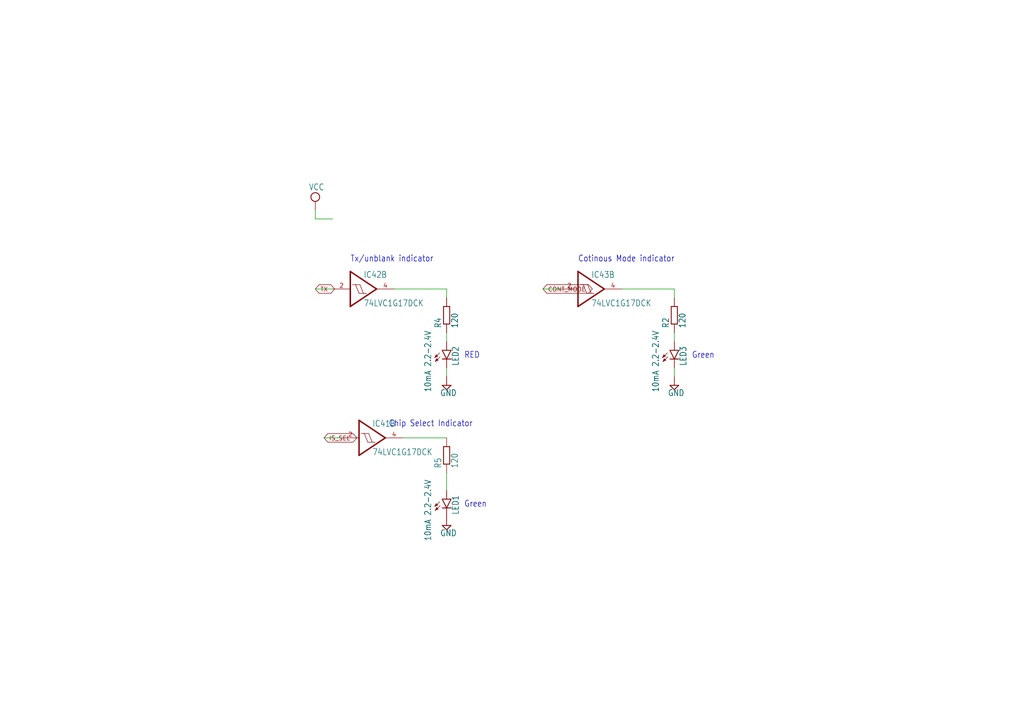
<source format=kicad_sch>
(kicad_sch
	(version 20231120)
	(generator "eeschema")
	(generator_version "8.0")
	(uuid "81426f5a-567a-4c76-a548-232d170cf5de")
	(paper "A4")
	(lib_symbols
		(symbol "Timing_Control_V1p1-eagle-import:741G17DCK"
			(exclude_from_sim no)
			(in_bom yes)
			(on_board yes)
			(property "Reference" "IC"
				(at 1.27 3.175 0)
				(effects
					(font
						(size 1.778 1.5113)
					)
					(justify left bottom)
				)
			)
			(property "Value" ""
				(at 1.27 -5.08 0)
				(effects
					(font
						(size 1.778 1.5113)
					)
					(justify left bottom)
					(hide yes)
				)
			)
			(property "Footprint" "Timing_Control_V1p1:SC70-5"
				(at 0 0 0)
				(effects
					(font
						(size 1.27 1.27)
					)
					(hide yes)
				)
			)
			(property "Datasheet" ""
				(at 0 0 0)
				(effects
					(font
						(size 1.27 1.27)
					)
					(hide yes)
				)
			)
			(property "Description" "Single Schmitt-Trigger Buffer"
				(at 0 0 0)
				(effects
					(font
						(size 1.27 1.27)
					)
					(hide yes)
				)
			)
			(property "ki_locked" ""
				(at 0 0 0)
				(effects
					(font
						(size 1.27 1.27)
					)
				)
			)
			(symbol "741G17DCK_1_0"
				(text "GND"
					(at 1.905 -6.35 900)
					(effects
						(font
							(size 1.27 1.0795)
						)
						(justify left bottom)
					)
				)
				(text "VCC"
					(at 1.905 2.54 900)
					(effects
						(font
							(size 1.27 1.0795)
						)
						(justify left bottom)
					)
				)
				(pin power_in line
					(at 0 -7.62 90)
					(length 5.08)
					(name "GND"
						(effects
							(font
								(size 0 0)
							)
						)
					)
					(number "3"
						(effects
							(font
								(size 1.27 1.27)
							)
						)
					)
				)
				(pin power_in line
					(at 0 7.62 270)
					(length 5.08)
					(name "VCC"
						(effects
							(font
								(size 0 0)
							)
						)
					)
					(number "5"
						(effects
							(font
								(size 1.27 1.27)
							)
						)
					)
				)
			)
			(symbol "741G17DCK_2_0"
				(polyline
					(pts
						(xy -2.54 -5.08) (xy -2.54 5.08)
					)
					(stroke
						(width 0.4064)
						(type solid)
					)
					(fill
						(type none)
					)
				)
				(polyline
					(pts
						(xy -2.54 5.08) (xy 5.08 0)
					)
					(stroke
						(width 0.4064)
						(type solid)
					)
					(fill
						(type none)
					)
				)
				(polyline
					(pts
						(xy -1.905 1.27) (xy -1.016 1.27)
					)
					(stroke
						(width 0.1524)
						(type solid)
					)
					(fill
						(type none)
					)
				)
				(polyline
					(pts
						(xy -1.016 1.27) (xy 0.254 1.27)
					)
					(stroke
						(width 0.1524)
						(type solid)
					)
					(fill
						(type none)
					)
				)
				(polyline
					(pts
						(xy 0 -1.27) (xy -1.016 1.27)
					)
					(stroke
						(width 0.1524)
						(type solid)
					)
					(fill
						(type none)
					)
				)
				(polyline
					(pts
						(xy 0 -1.27) (xy 1.27 -1.27)
					)
					(stroke
						(width 0.1524)
						(type solid)
					)
					(fill
						(type none)
					)
				)
				(polyline
					(pts
						(xy 1.27 -1.27) (xy 0.254 1.27)
					)
					(stroke
						(width 0.1524)
						(type solid)
					)
					(fill
						(type none)
					)
				)
				(polyline
					(pts
						(xy 1.27 -1.27) (xy 2.159 -1.27)
					)
					(stroke
						(width 0.1524)
						(type solid)
					)
					(fill
						(type none)
					)
				)
				(polyline
					(pts
						(xy 5.08 0) (xy -2.54 -5.08)
					)
					(stroke
						(width 0.4064)
						(type solid)
					)
					(fill
						(type none)
					)
				)
				(pin input line
					(at -7.62 0 0)
					(length 5.08)
					(name "I"
						(effects
							(font
								(size 0 0)
							)
						)
					)
					(number "2"
						(effects
							(font
								(size 1.27 1.27)
							)
						)
					)
				)
				(pin output line
					(at 10.16 0 180)
					(length 5.08)
					(name "O"
						(effects
							(font
								(size 0 0)
							)
						)
					)
					(number "4"
						(effects
							(font
								(size 1.27 1.27)
							)
						)
					)
				)
			)
		)
		(symbol "Timing_Control_V1p1-eagle-import:GND"
			(power)
			(exclude_from_sim no)
			(in_bom yes)
			(on_board yes)
			(property "Reference" "#SUPPLY"
				(at 0 0 0)
				(effects
					(font
						(size 1.27 1.27)
					)
					(hide yes)
				)
			)
			(property "Value" ""
				(at -1.905 -3.175 0)
				(effects
					(font
						(size 1.778 1.5113)
					)
					(justify left bottom)
				)
			)
			(property "Footprint" ""
				(at 0 0 0)
				(effects
					(font
						(size 1.27 1.27)
					)
					(hide yes)
				)
			)
			(property "Datasheet" ""
				(at 0 0 0)
				(effects
					(font
						(size 1.27 1.27)
					)
					(hide yes)
				)
			)
			(property "Description" "SUPPLY SYMBOL"
				(at 0 0 0)
				(effects
					(font
						(size 1.27 1.27)
					)
					(hide yes)
				)
			)
			(property "ki_locked" ""
				(at 0 0 0)
				(effects
					(font
						(size 1.27 1.27)
					)
				)
			)
			(symbol "GND_1_0"
				(polyline
					(pts
						(xy -1.27 0) (xy 1.27 0)
					)
					(stroke
						(width 0.254)
						(type solid)
					)
					(fill
						(type none)
					)
				)
				(polyline
					(pts
						(xy 0 -1.27) (xy -1.27 0)
					)
					(stroke
						(width 0.254)
						(type solid)
					)
					(fill
						(type none)
					)
				)
				(polyline
					(pts
						(xy 1.27 0) (xy 0 -1.27)
					)
					(stroke
						(width 0.254)
						(type solid)
					)
					(fill
						(type none)
					)
				)
				(pin power_in line
					(at 0 2.54 270)
					(length 2.54)
					(name "GND"
						(effects
							(font
								(size 0 0)
							)
						)
					)
					(number "1"
						(effects
							(font
								(size 0 0)
							)
						)
					)
				)
			)
		)
		(symbol "Timing_Control_V1p1-eagle-import:LED3MM"
			(exclude_from_sim no)
			(in_bom yes)
			(on_board yes)
			(property "Reference" "LED"
				(at 3.556 -4.572 90)
				(effects
					(font
						(size 1.778 1.5113)
					)
					(justify left bottom)
				)
			)
			(property "Value" ""
				(at 5.715 -4.572 90)
				(effects
					(font
						(size 1.778 1.5113)
					)
					(justify left bottom)
				)
			)
			(property "Footprint" "Timing_Control_V1p1:LED3MM"
				(at 0 0 0)
				(effects
					(font
						(size 1.27 1.27)
					)
					(hide yes)
				)
			)
			(property "Datasheet" ""
				(at 0 0 0)
				(effects
					(font
						(size 1.27 1.27)
					)
					(hide yes)
				)
			)
			(property "Description" "LED\n\nOSRAM:\n- CHIPLED\nLG R971, LG N971, LY N971, LG Q971, LY Q971, LO R971, LY R971 LH N974, LH R974\nLS Q976, LO Q976, LY Q976\nLO Q996\n- Hyper CHIPLED\nLW Q18S\nLB Q993, LB Q99A, LB R99A\n- SideLED\nLS A670, LO A670, LY A670, LG A670, LP A670\nLB A673, LV A673, LT A673, LW A673\nLH A674\nLY A675\nLS A676, LA A676, LO A676, LY A676, LW A676\nLS A679, LY A679, LG A679\n-  Hyper Micro SIDELED®\nLS Y876, LA Y876, LO Y876, LY Y876\nLT Y87S\n- SmartLED\nLW L88C, LW L88S\nLB L89C, LB L89S, LG L890\nLS L89K, LO L89K, LY L89K\nLS L896, LA L896, LO L896, LY L896\n- TOPLED\nLS T670, LO T670, LY T670, LG T670, LP T670\nLSG T670, LSP T670, LSY T670, LOP T670, LYG T670\nLG T671, LOG T671, LSG T671\nLB T673, LV T673, LT T673, LW T673\nLH T674\nLS T676, LA T676, LO T676, LY T676, LB T676, LH T676, LSB T676, LW T676\nLB T67C, LV T67C, LT T67C, LS T67K, LO T67K, LY T67K, LW E67C\nLS E67B, LA E67B, LO E67B, LY E67B, LB E67C, LV E67C, LT E67C\nLW T67C\nLS T679, LY T679, LG T679\nLS T770, LO T770, LY T770, LG T770, LP T770\nLB T773, LV T773, LT T773, LW T773\nLH T774\nLS E675, LA E675, LY E675, LS T675\nLS T776, LA T776, LO T776, LY T776, LB T776\nLHGB T686\nLT T68C, LB T68C\n- Hyper Mini TOPLED®\nLB M676\n- Mini TOPLED Santana®\nLG M470\nLS M47K, LO M47K, LY M47K\n\nSource: http://www.osram.convergy.de\n\nLUXEON:\n- LUMILED®\nLXK2-PW12-R00, LXK2-PW12-S00, LXK2-PW14-U00, LXK2-PW14-V00\nLXK2-PM12-R00, LXK2-PM12-S00, LXK2-PM14-U00\nLXK2-PE12-Q00, LXK2-PE12-R00, LXK2-PE12-S00, LXK2-PE14-T00, LXK2-PE14-U00\nLXK2-PB12-K00, LXK2-PB12-L00, LXK2-PB12-M00, LXK2-PB14-N00, LXK2-PB14-P00, LXK2-PB14-Q00\nLXK2-PR12-L00, LXK2-PR12-M00, LXK2-PR14-Q00, LXK2-PR14-R00\nLXK2-PD12-Q00, LXK2-PD12-R00, LXK2-PD12-S00\nLXK2-PH12-R00, LXK2-PH12-S00\nLXK2-PL12-P00, LXK2-PL12-Q00, LXK2-PL12-R00\n\nSource: www.luxeon.com\n\nKINGBRIGHT:\n\nKA-3528ASYC\nSource: www.kingbright.com"
				(at 0 0 0)
				(effects
					(font
						(size 1.27 1.27)
					)
					(hide yes)
				)
			)
			(property "ki_locked" ""
				(at 0 0 0)
				(effects
					(font
						(size 1.27 1.27)
					)
				)
			)
			(symbol "LED3MM_1_0"
				(polyline
					(pts
						(xy -2.032 -0.762) (xy -3.429 -2.159)
					)
					(stroke
						(width 0.1524)
						(type solid)
					)
					(fill
						(type none)
					)
				)
				(polyline
					(pts
						(xy -1.905 -1.905) (xy -3.302 -3.302)
					)
					(stroke
						(width 0.1524)
						(type solid)
					)
					(fill
						(type none)
					)
				)
				(polyline
					(pts
						(xy 0 -2.54) (xy -1.27 -2.54)
					)
					(stroke
						(width 0.254)
						(type solid)
					)
					(fill
						(type none)
					)
				)
				(polyline
					(pts
						(xy 0 -2.54) (xy -1.27 0)
					)
					(stroke
						(width 0.254)
						(type solid)
					)
					(fill
						(type none)
					)
				)
				(polyline
					(pts
						(xy 0 0) (xy -1.27 0)
					)
					(stroke
						(width 0.254)
						(type solid)
					)
					(fill
						(type none)
					)
				)
				(polyline
					(pts
						(xy 1.27 -2.54) (xy 0 -2.54)
					)
					(stroke
						(width 0.254)
						(type solid)
					)
					(fill
						(type none)
					)
				)
				(polyline
					(pts
						(xy 1.27 0) (xy 0 -2.54)
					)
					(stroke
						(width 0.254)
						(type solid)
					)
					(fill
						(type none)
					)
				)
				(polyline
					(pts
						(xy 1.27 0) (xy 0 0)
					)
					(stroke
						(width 0.254)
						(type solid)
					)
					(fill
						(type none)
					)
				)
				(polyline
					(pts
						(xy -3.429 -2.159) (xy -3.048 -1.27) (xy -2.54 -1.778)
					)
					(stroke
						(width 0.1524)
						(type solid)
					)
					(fill
						(type outline)
					)
				)
				(polyline
					(pts
						(xy -3.302 -3.302) (xy -2.921 -2.413) (xy -2.413 -2.921)
					)
					(stroke
						(width 0.1524)
						(type solid)
					)
					(fill
						(type outline)
					)
				)
				(pin passive line
					(at 0 2.54 270)
					(length 2.54)
					(name "A"
						(effects
							(font
								(size 0 0)
							)
						)
					)
					(number "A"
						(effects
							(font
								(size 0 0)
							)
						)
					)
				)
				(pin passive line
					(at 0 -5.08 90)
					(length 2.54)
					(name "C"
						(effects
							(font
								(size 0 0)
							)
						)
					)
					(number "K"
						(effects
							(font
								(size 0 0)
							)
						)
					)
				)
			)
		)
		(symbol "Timing_Control_V1p1-eagle-import:R-EU_R0603"
			(exclude_from_sim no)
			(in_bom yes)
			(on_board yes)
			(property "Reference" "R"
				(at -3.81 1.4986 0)
				(effects
					(font
						(size 1.778 1.5113)
					)
					(justify left bottom)
				)
			)
			(property "Value" ""
				(at -3.81 -3.302 0)
				(effects
					(font
						(size 1.778 1.5113)
					)
					(justify left bottom)
				)
			)
			(property "Footprint" "Timing_Control_V1p1:R0603"
				(at 0 0 0)
				(effects
					(font
						(size 1.27 1.27)
					)
					(hide yes)
				)
			)
			(property "Datasheet" ""
				(at 0 0 0)
				(effects
					(font
						(size 1.27 1.27)
					)
					(hide yes)
				)
			)
			(property "Description" "RESISTOR, European symbol"
				(at 0 0 0)
				(effects
					(font
						(size 1.27 1.27)
					)
					(hide yes)
				)
			)
			(property "ki_locked" ""
				(at 0 0 0)
				(effects
					(font
						(size 1.27 1.27)
					)
				)
			)
			(symbol "R-EU_R0603_1_0"
				(polyline
					(pts
						(xy -2.54 -0.889) (xy -2.54 0.889)
					)
					(stroke
						(width 0.254)
						(type solid)
					)
					(fill
						(type none)
					)
				)
				(polyline
					(pts
						(xy -2.54 -0.889) (xy 2.54 -0.889)
					)
					(stroke
						(width 0.254)
						(type solid)
					)
					(fill
						(type none)
					)
				)
				(polyline
					(pts
						(xy 2.54 -0.889) (xy 2.54 0.889)
					)
					(stroke
						(width 0.254)
						(type solid)
					)
					(fill
						(type none)
					)
				)
				(polyline
					(pts
						(xy 2.54 0.889) (xy -2.54 0.889)
					)
					(stroke
						(width 0.254)
						(type solid)
					)
					(fill
						(type none)
					)
				)
				(pin passive line
					(at -5.08 0 0)
					(length 2.54)
					(name "1"
						(effects
							(font
								(size 0 0)
							)
						)
					)
					(number "1"
						(effects
							(font
								(size 0 0)
							)
						)
					)
				)
				(pin passive line
					(at 5.08 0 180)
					(length 2.54)
					(name "2"
						(effects
							(font
								(size 0 0)
							)
						)
					)
					(number "2"
						(effects
							(font
								(size 0 0)
							)
						)
					)
				)
			)
		)
		(symbol "Timing_Control_V1p1-eagle-import:VCC"
			(power)
			(exclude_from_sim no)
			(in_bom yes)
			(on_board yes)
			(property "Reference" "#SUPPLY"
				(at 0 0 0)
				(effects
					(font
						(size 1.27 1.27)
					)
					(hide yes)
				)
			)
			(property "Value" ""
				(at -1.905 3.175 0)
				(effects
					(font
						(size 1.778 1.5113)
					)
					(justify left bottom)
				)
			)
			(property "Footprint" ""
				(at 0 0 0)
				(effects
					(font
						(size 1.27 1.27)
					)
					(hide yes)
				)
			)
			(property "Datasheet" ""
				(at 0 0 0)
				(effects
					(font
						(size 1.27 1.27)
					)
					(hide yes)
				)
			)
			(property "Description" "SUPPLY SYMBOL"
				(at 0 0 0)
				(effects
					(font
						(size 1.27 1.27)
					)
					(hide yes)
				)
			)
			(property "ki_locked" ""
				(at 0 0 0)
				(effects
					(font
						(size 1.27 1.27)
					)
				)
			)
			(symbol "VCC_1_0"
				(circle
					(center 0 1.27)
					(radius 1.27)
					(stroke
						(width 0.254)
						(type solid)
					)
					(fill
						(type none)
					)
				)
				(pin power_in line
					(at 0 -2.54 90)
					(length 2.54)
					(name "VCC"
						(effects
							(font
								(size 0 0)
							)
						)
					)
					(number "1"
						(effects
							(font
								(size 0 0)
							)
						)
					)
				)
			)
		)
	)
	(wire
		(pts
			(xy 195.58 106.68) (xy 195.58 109.22)
		)
		(stroke
			(width 0.1524)
			(type solid)
		)
		(uuid "48795428-4ed5-4bec-b79a-12619ab32f34")
	)
	(wire
		(pts
			(xy 114.3 83.82) (xy 129.54 83.82)
		)
		(stroke
			(width 0.1524)
			(type solid)
		)
		(uuid "56284a3e-00f9-41d0-af37-0ab4f0466843")
	)
	(wire
		(pts
			(xy 91.44 63.5) (xy 96.52 63.5)
		)
		(stroke
			(width 0.1524)
			(type solid)
		)
		(uuid "77531cbd-af1b-4119-8a8b-f7cfa62fc346")
	)
	(wire
		(pts
			(xy 162.56 83.82) (xy 157.48 83.82)
		)
		(stroke
			(width 0.1524)
			(type solid)
		)
		(uuid "7d8c03d2-e374-422d-8217-9a1cc06924c5")
	)
	(wire
		(pts
			(xy 129.54 96.52) (xy 129.54 99.06)
		)
		(stroke
			(width 0.1524)
			(type solid)
		)
		(uuid "7f99f8f3-d44d-4248-99ab-90ecaa317fe6")
	)
	(wire
		(pts
			(xy 116.84 127) (xy 129.54 127)
		)
		(stroke
			(width 0.1524)
			(type solid)
		)
		(uuid "bb60d75f-ae97-4669-af96-d2863fa257b6")
	)
	(wire
		(pts
			(xy 99.06 127) (xy 93.98 127)
		)
		(stroke
			(width 0.1524)
			(type solid)
		)
		(uuid "c389de73-b42a-4fe4-bb61-d67c298af7aa")
	)
	(wire
		(pts
			(xy 129.54 83.82) (xy 129.54 86.36)
		)
		(stroke
			(width 0.1524)
			(type solid)
		)
		(uuid "c7addcf6-dd39-4ab4-9333-c2979630ce9a")
	)
	(wire
		(pts
			(xy 180.34 83.82) (xy 195.58 83.82)
		)
		(stroke
			(width 0.1524)
			(type solid)
		)
		(uuid "d4bf0f3a-0947-4289-817d-688f18b376a0")
	)
	(wire
		(pts
			(xy 129.54 106.68) (xy 129.54 109.22)
		)
		(stroke
			(width 0.1524)
			(type solid)
		)
		(uuid "d9d5b900-6abb-405a-b4d4-3bbf3f2a0ff9")
	)
	(wire
		(pts
			(xy 91.44 60.96) (xy 91.44 63.5)
		)
		(stroke
			(width 0.1524)
			(type solid)
		)
		(uuid "dba51cb5-0349-4be1-adaa-f3b2fad099e9")
	)
	(wire
		(pts
			(xy 195.58 96.52) (xy 195.58 99.06)
		)
		(stroke
			(width 0.1524)
			(type solid)
		)
		(uuid "dc16b5e9-ab0a-4f25-b910-d435954d7b1a")
	)
	(wire
		(pts
			(xy 195.58 83.82) (xy 195.58 86.36)
		)
		(stroke
			(width 0.1524)
			(type solid)
		)
		(uuid "dc4c3330-7448-41dc-9c21-231ee7a0e4a5")
	)
	(wire
		(pts
			(xy 129.54 137.16) (xy 129.54 142.24)
		)
		(stroke
			(width 0.1524)
			(type solid)
		)
		(uuid "e7cecf14-3063-4f78-b284-a4dce3c6d83d")
	)
	(wire
		(pts
			(xy 96.52 83.82) (xy 91.44 83.82)
		)
		(stroke
			(width 0.1524)
			(type solid)
		)
		(uuid "e9ccdf7a-d60e-4290-80d8-97619f931d83")
	)
	(text "RED~{}"
		(exclude_from_sim no)
		(at 134.62 104.14 0)
		(effects
			(font
				(size 1.778 1.5113)
			)
			(justify left bottom)
		)
		(uuid "062fca2f-d7ff-4fa0-b62b-29871a84938c")
	)
	(text "Green"
		(exclude_from_sim no)
		(at 134.62 147.32 0)
		(effects
			(font
				(size 1.778 1.5113)
			)
			(justify left bottom)
		)
		(uuid "5083dd6b-e0a4-43f0-a3c3-1873d7974f35")
	)
	(text "Green"
		(exclude_from_sim no)
		(at 200.66 104.14 0)
		(effects
			(font
				(size 1.778 1.5113)
			)
			(justify left bottom)
		)
		(uuid "651a2ebf-1b2f-4e6f-8a56-ce5a70b6ba65")
	)
	(text "Tx/unblank indicator"
		(exclude_from_sim no)
		(at 101.6 76.2 0)
		(effects
			(font
				(size 1.778 1.5113)
			)
			(justify left bottom)
		)
		(uuid "8948545f-bba9-42cd-a0ec-39e94f134353")
	)
	(text "Cotinous Mode indicator"
		(exclude_from_sim no)
		(at 167.64 76.2 0)
		(effects
			(font
				(size 1.778 1.5113)
			)
			(justify left bottom)
		)
		(uuid "c361b5a4-9a00-40d7-a1e1-1cca4e069bcb")
	)
	(text "Chip Select Indicator"
		(exclude_from_sim no)
		(at 137.16 121.92 0)
		(effects
			(font
				(size 1.778 1.5113)
			)
			(justify right top)
		)
		(uuid "e25f6ca8-c0a9-4636-96ae-788bcf881de3")
	)
	(global_label "TX"
		(shape bidirectional)
		(at 91.44 83.82 0)
		(fields_autoplaced yes)
		(effects
			(font
				(size 1.2446 1.2446)
			)
			(justify left)
		)
		(uuid "79eb1ca3-d936-4fd6-a246-e630807bcd53")
		(property "Intersheetrefs" "${INTERSHEET_REFS}"
			(at 97.5878 83.82 0)
			(effects
				(font
					(size 1.27 1.27)
				)
				(justify left)
				(hide yes)
			)
		)
	)
	(global_label "CONT_MODE"
		(shape bidirectional)
		(at 157.48 83.82 0)
		(fields_autoplaced yes)
		(effects
			(font
				(size 1.2446 1.2446)
			)
			(justify left)
		)
		(uuid "8f494e86-31fe-43d9-99ac-19d38b49077a")
		(property "Intersheetrefs" "${INTERSHEET_REFS}"
			(at 172.3402 83.82 0)
			(effects
				(font
					(size 1.27 1.27)
				)
				(justify left)
				(hide yes)
			)
		)
	)
	(global_label "IS_SEL"
		(shape bidirectional)
		(at 93.98 127 0)
		(fields_autoplaced yes)
		(effects
			(font
				(size 1.2446 1.2446)
			)
			(justify left)
		)
		(uuid "ed78114e-171f-497f-a0ea-6f2a6589ea67")
		(property "Intersheetrefs" "${INTERSHEET_REFS}"
			(at 104.0394 127 0)
			(effects
				(font
					(size 1.27 1.27)
				)
				(justify left)
				(hide yes)
			)
		)
	)
	(symbol
		(lib_id "Timing_Control_V1p1-eagle-import:GND")
		(at 195.58 111.76 0)
		(unit 1)
		(exclude_from_sim no)
		(in_bom yes)
		(on_board yes)
		(dnp no)
		(uuid "0e4e52bd-bdc3-4015-8cdc-5364f14bbe8d")
		(property "Reference" "#SUPPLY19"
			(at 195.58 111.76 0)
			(effects
				(font
					(size 1.27 1.27)
				)
				(hide yes)
			)
		)
		(property "Value" "GND"
			(at 193.675 114.935 0)
			(effects
				(font
					(size 1.778 1.5113)
				)
				(justify left bottom)
			)
		)
		(property "Footprint" ""
			(at 195.58 111.76 0)
			(effects
				(font
					(size 1.27 1.27)
				)
				(hide yes)
			)
		)
		(property "Datasheet" ""
			(at 195.58 111.76 0)
			(effects
				(font
					(size 1.27 1.27)
				)
				(hide yes)
			)
		)
		(property "Description" ""
			(at 195.58 111.76 0)
			(effects
				(font
					(size 1.27 1.27)
				)
				(hide yes)
			)
		)
		(pin "1"
			(uuid "92e9d5da-88f5-4ff2-89f1-e54416ca21b6")
		)
		(instances
			(project ""
				(path "/290c6efc-4c14-458b-b6f8-5cb293196baa/536ad41c-810a-4fa0-9e24-2b7889d47c2b"
					(reference "#SUPPLY19")
					(unit 1)
				)
			)
		)
	)
	(symbol
		(lib_id "Timing_Control_V1p1-eagle-import:LED3MM")
		(at 195.58 101.6 0)
		(unit 1)
		(exclude_from_sim no)
		(in_bom yes)
		(on_board yes)
		(dnp no)
		(uuid "2ee3f9c8-ab76-4076-825a-0754f95de6a0")
		(property "Reference" "LED3"
			(at 199.136 106.172 90)
			(effects
				(font
					(size 1.778 1.5113)
				)
				(justify left bottom)
			)
		)
		(property "Value" "10mA 2.2-2.4V"
			(at 191.135 113.792 90)
			(effects
				(font
					(size 1.778 1.5113)
				)
				(justify left bottom)
			)
		)
		(property "Footprint" "Timing_Control_V1p1:LED3MM"
			(at 195.58 101.6 0)
			(effects
				(font
					(size 1.27 1.27)
				)
				(hide yes)
			)
		)
		(property "Datasheet" ""
			(at 195.58 101.6 0)
			(effects
				(font
					(size 1.27 1.27)
				)
				(hide yes)
			)
		)
		(property "Description" ""
			(at 195.58 101.6 0)
			(effects
				(font
					(size 1.27 1.27)
				)
				(hide yes)
			)
		)
		(pin "K"
			(uuid "aeee4882-fcce-4a36-b04b-3d1c7d40a0cf")
		)
		(pin "A"
			(uuid "a50cfba9-eebd-4a84-92d5-e2889fbcdac1")
		)
		(instances
			(project ""
				(path "/290c6efc-4c14-458b-b6f8-5cb293196baa/536ad41c-810a-4fa0-9e24-2b7889d47c2b"
					(reference "LED3")
					(unit 1)
				)
			)
		)
	)
	(symbol
		(lib_id "Timing_Control_V1p1-eagle-import:R-EU_R0603")
		(at 129.54 91.44 90)
		(unit 1)
		(exclude_from_sim no)
		(in_bom yes)
		(on_board yes)
		(dnp no)
		(uuid "30bc6cd9-cd50-4499-8cbb-65a98be1713d")
		(property "Reference" "R4"
			(at 128.0414 95.25 0)
			(effects
				(font
					(size 1.778 1.5113)
				)
				(justify left bottom)
			)
		)
		(property "Value" "120"
			(at 132.842 95.25 0)
			(effects
				(font
					(size 1.778 1.5113)
				)
				(justify left bottom)
			)
		)
		(property "Footprint" "Timing_Control_V1p1:R0603"
			(at 129.54 91.44 0)
			(effects
				(font
					(size 1.27 1.27)
				)
				(hide yes)
			)
		)
		(property "Datasheet" ""
			(at 129.54 91.44 0)
			(effects
				(font
					(size 1.27 1.27)
				)
				(hide yes)
			)
		)
		(property "Description" ""
			(at 129.54 91.44 0)
			(effects
				(font
					(size 1.27 1.27)
				)
				(hide yes)
			)
		)
		(pin "1"
			(uuid "c72c353e-9b60-4c58-8eb2-2aaa5a94d3e4")
		)
		(pin "2"
			(uuid "891d40e8-6138-4d4a-8615-5b0c3c7323e5")
		)
		(instances
			(project ""
				(path "/290c6efc-4c14-458b-b6f8-5cb293196baa/536ad41c-810a-4fa0-9e24-2b7889d47c2b"
					(reference "R4")
					(unit 1)
				)
			)
		)
	)
	(symbol
		(lib_id "Timing_Control_V1p1-eagle-import:741G17DCK")
		(at 104.14 83.82 0)
		(unit 2)
		(exclude_from_sim no)
		(in_bom yes)
		(on_board yes)
		(dnp no)
		(uuid "538f1c15-6fd6-420a-bbb6-b31987f88a9b")
		(property "Reference" "IC42"
			(at 105.41 80.645 0)
			(effects
				(font
					(size 1.778 1.5113)
				)
				(justify left bottom)
			)
		)
		(property "Value" "74LVC1G17DCK"
			(at 105.41 88.9 0)
			(effects
				(font
					(size 1.778 1.5113)
				)
				(justify left bottom)
			)
		)
		(property "Footprint" "Timing_Control_V1p1:SC70-5"
			(at 104.14 83.82 0)
			(effects
				(font
					(size 1.27 1.27)
				)
				(hide yes)
			)
		)
		(property "Datasheet" ""
			(at 104.14 83.82 0)
			(effects
				(font
					(size 1.27 1.27)
				)
				(hide yes)
			)
		)
		(property "Description" ""
			(at 104.14 83.82 0)
			(effects
				(font
					(size 1.27 1.27)
				)
				(hide yes)
			)
		)
		(pin "2"
			(uuid "cca7ea91-16f9-4c54-88a8-f83dc4752e1c")
		)
		(pin "3"
			(uuid "542449bf-92f7-4829-be5d-f429bae8c5ad")
		)
		(pin "5"
			(uuid "ba118f27-cd44-4979-aef1-62bb5493da12")
		)
		(pin "4"
			(uuid "89f7b2ce-148d-455f-a4ac-a228c30d9b4f")
		)
		(instances
			(project ""
				(path "/290c6efc-4c14-458b-b6f8-5cb293196baa/536ad41c-810a-4fa0-9e24-2b7889d47c2b"
					(reference "IC42")
					(unit 2)
				)
			)
		)
	)
	(symbol
		(lib_id "Timing_Control_V1p1-eagle-import:741G17DCK")
		(at 170.18 83.82 0)
		(unit 2)
		(exclude_from_sim no)
		(in_bom yes)
		(on_board yes)
		(dnp no)
		(uuid "578e8f1f-b14e-476d-94d6-440297cae88d")
		(property "Reference" "IC43"
			(at 171.45 80.645 0)
			(effects
				(font
					(size 1.778 1.5113)
				)
				(justify left bottom)
			)
		)
		(property "Value" "74LVC1G17DCK"
			(at 171.45 88.9 0)
			(effects
				(font
					(size 1.778 1.5113)
				)
				(justify left bottom)
			)
		)
		(property "Footprint" "Timing_Control_V1p1:SC70-5"
			(at 170.18 83.82 0)
			(effects
				(font
					(size 1.27 1.27)
				)
				(hide yes)
			)
		)
		(property "Datasheet" ""
			(at 170.18 83.82 0)
			(effects
				(font
					(size 1.27 1.27)
				)
				(hide yes)
			)
		)
		(property "Description" ""
			(at 170.18 83.82 0)
			(effects
				(font
					(size 1.27 1.27)
				)
				(hide yes)
			)
		)
		(pin "3"
			(uuid "4e8000a7-2af4-4471-bef9-7c32b870d033")
		)
		(pin "5"
			(uuid "40dcd03b-9cf3-4514-aa48-b32eeb43f737")
		)
		(pin "2"
			(uuid "ce7da267-c7eb-41ff-86f4-6fa284b7bdfe")
		)
		(pin "4"
			(uuid "b1c2a0c7-0ad3-4be2-b659-42ececc4744c")
		)
		(instances
			(project ""
				(path "/290c6efc-4c14-458b-b6f8-5cb293196baa/536ad41c-810a-4fa0-9e24-2b7889d47c2b"
					(reference "IC43")
					(unit 2)
				)
			)
		)
	)
	(symbol
		(lib_id "Timing_Control_V1p1-eagle-import:VCC")
		(at 91.44 58.42 0)
		(unit 1)
		(exclude_from_sim no)
		(in_bom yes)
		(on_board yes)
		(dnp no)
		(uuid "62a2fa8b-1887-4b6f-851a-ea4ea08d37f7")
		(property "Reference" "#SUPPLY25"
			(at 91.44 58.42 0)
			(effects
				(font
					(size 1.27 1.27)
				)
				(hide yes)
			)
		)
		(property "Value" "VCC"
			(at 89.535 55.245 0)
			(effects
				(font
					(size 1.778 1.5113)
				)
				(justify left bottom)
			)
		)
		(property "Footprint" ""
			(at 91.44 58.42 0)
			(effects
				(font
					(size 1.27 1.27)
				)
				(hide yes)
			)
		)
		(property "Datasheet" ""
			(at 91.44 58.42 0)
			(effects
				(font
					(size 1.27 1.27)
				)
				(hide yes)
			)
		)
		(property "Description" ""
			(at 91.44 58.42 0)
			(effects
				(font
					(size 1.27 1.27)
				)
				(hide yes)
			)
		)
		(pin "1"
			(uuid "53cb05e5-4c21-41a1-a5b9-f87b0ad764cd")
		)
		(instances
			(project ""
				(path "/290c6efc-4c14-458b-b6f8-5cb293196baa/536ad41c-810a-4fa0-9e24-2b7889d47c2b"
					(reference "#SUPPLY25")
					(unit 1)
				)
			)
		)
	)
	(symbol
		(lib_id "Timing_Control_V1p1-eagle-import:GND")
		(at 129.54 152.4 0)
		(unit 1)
		(exclude_from_sim no)
		(in_bom yes)
		(on_board yes)
		(dnp no)
		(uuid "801ea54a-86af-4808-957b-ca3de780db09")
		(property "Reference" "#SUPPLY36"
			(at 129.54 152.4 0)
			(effects
				(font
					(size 1.27 1.27)
				)
				(hide yes)
			)
		)
		(property "Value" "GND"
			(at 127.635 155.575 0)
			(effects
				(font
					(size 1.778 1.5113)
				)
				(justify left bottom)
			)
		)
		(property "Footprint" ""
			(at 129.54 152.4 0)
			(effects
				(font
					(size 1.27 1.27)
				)
				(hide yes)
			)
		)
		(property "Datasheet" ""
			(at 129.54 152.4 0)
			(effects
				(font
					(size 1.27 1.27)
				)
				(hide yes)
			)
		)
		(property "Description" ""
			(at 129.54 152.4 0)
			(effects
				(font
					(size 1.27 1.27)
				)
				(hide yes)
			)
		)
		(pin "1"
			(uuid "a2f97f49-8699-4b1f-bcba-07289e862825")
		)
		(instances
			(project ""
				(path "/290c6efc-4c14-458b-b6f8-5cb293196baa/536ad41c-810a-4fa0-9e24-2b7889d47c2b"
					(reference "#SUPPLY36")
					(unit 1)
				)
			)
		)
	)
	(symbol
		(lib_id "Timing_Control_V1p1-eagle-import:GND")
		(at 129.54 111.76 0)
		(unit 1)
		(exclude_from_sim no)
		(in_bom yes)
		(on_board yes)
		(dnp no)
		(uuid "8177686c-5fff-459b-bf66-2e1c261d2256")
		(property "Reference" "#SUPPLY18"
			(at 129.54 111.76 0)
			(effects
				(font
					(size 1.27 1.27)
				)
				(hide yes)
			)
		)
		(property "Value" "GND"
			(at 127.635 114.935 0)
			(effects
				(font
					(size 1.778 1.5113)
				)
				(justify left bottom)
			)
		)
		(property "Footprint" ""
			(at 129.54 111.76 0)
			(effects
				(font
					(size 1.27 1.27)
				)
				(hide yes)
			)
		)
		(property "Datasheet" ""
			(at 129.54 111.76 0)
			(effects
				(font
					(size 1.27 1.27)
				)
				(hide yes)
			)
		)
		(property "Description" ""
			(at 129.54 111.76 0)
			(effects
				(font
					(size 1.27 1.27)
				)
				(hide yes)
			)
		)
		(pin "1"
			(uuid "d7bbacab-8df8-4e79-804a-e25a67538848")
		)
		(instances
			(project ""
				(path "/290c6efc-4c14-458b-b6f8-5cb293196baa/536ad41c-810a-4fa0-9e24-2b7889d47c2b"
					(reference "#SUPPLY18")
					(unit 1)
				)
			)
		)
	)
	(symbol
		(lib_id "Timing_Control_V1p1-eagle-import:741G17DCK")
		(at 106.68 127 0)
		(unit 2)
		(exclude_from_sim no)
		(in_bom yes)
		(on_board yes)
		(dnp no)
		(uuid "a4e88ac3-fa5c-4c9b-be76-ff9753c5ce37")
		(property "Reference" "IC41"
			(at 107.95 123.825 0)
			(effects
				(font
					(size 1.778 1.5113)
				)
				(justify left bottom)
			)
		)
		(property "Value" "74LVC1G17DCK"
			(at 107.95 132.08 0)
			(effects
				(font
					(size 1.778 1.5113)
				)
				(justify left bottom)
			)
		)
		(property "Footprint" "Timing_Control_V1p1:SC70-5"
			(at 106.68 127 0)
			(effects
				(font
					(size 1.27 1.27)
				)
				(hide yes)
			)
		)
		(property "Datasheet" ""
			(at 106.68 127 0)
			(effects
				(font
					(size 1.27 1.27)
				)
				(hide yes)
			)
		)
		(property "Description" ""
			(at 106.68 127 0)
			(effects
				(font
					(size 1.27 1.27)
				)
				(hide yes)
			)
		)
		(pin "3"
			(uuid "06efa4cf-a888-495d-934b-cd05ea9dfc15")
		)
		(pin "5"
			(uuid "5417e692-191e-4c5c-8555-26682c155d71")
		)
		(pin "2"
			(uuid "35d44cdf-7f7b-4a0d-9d5b-724b196f101c")
		)
		(pin "4"
			(uuid "047ee73a-a712-4547-bb2d-ca3accaf6b07")
		)
		(instances
			(project ""
				(path "/290c6efc-4c14-458b-b6f8-5cb293196baa/536ad41c-810a-4fa0-9e24-2b7889d47c2b"
					(reference "IC41")
					(unit 2)
				)
			)
		)
	)
	(symbol
		(lib_id "Timing_Control_V1p1-eagle-import:R-EU_R0603")
		(at 129.54 132.08 90)
		(unit 1)
		(exclude_from_sim no)
		(in_bom yes)
		(on_board yes)
		(dnp no)
		(uuid "c887829c-3874-4e5d-872a-b72dc8d55f83")
		(property "Reference" "R5"
			(at 128.0414 135.89 0)
			(effects
				(font
					(size 1.778 1.5113)
				)
				(justify left bottom)
			)
		)
		(property "Value" "120"
			(at 132.842 135.89 0)
			(effects
				(font
					(size 1.778 1.5113)
				)
				(justify left bottom)
			)
		)
		(property "Footprint" "Timing_Control_V1p1:R0603"
			(at 129.54 132.08 0)
			(effects
				(font
					(size 1.27 1.27)
				)
				(hide yes)
			)
		)
		(property "Datasheet" ""
			(at 129.54 132.08 0)
			(effects
				(font
					(size 1.27 1.27)
				)
				(hide yes)
			)
		)
		(property "Description" ""
			(at 129.54 132.08 0)
			(effects
				(font
					(size 1.27 1.27)
				)
				(hide yes)
			)
		)
		(pin "2"
			(uuid "fa0d30a1-7409-476b-84d5-37afcaa3c83b")
		)
		(pin "1"
			(uuid "8c00f1eb-7b9e-48a1-83e5-d1d1e0796f96")
		)
		(instances
			(project ""
				(path "/290c6efc-4c14-458b-b6f8-5cb293196baa/536ad41c-810a-4fa0-9e24-2b7889d47c2b"
					(reference "R5")
					(unit 1)
				)
			)
		)
	)
	(symbol
		(lib_id "Timing_Control_V1p1-eagle-import:R-EU_R0603")
		(at 195.58 91.44 90)
		(unit 1)
		(exclude_from_sim no)
		(in_bom yes)
		(on_board yes)
		(dnp no)
		(uuid "e83b685e-73a5-4bc3-b15c-ef21f1331abc")
		(property "Reference" "R2"
			(at 194.0814 95.25 0)
			(effects
				(font
					(size 1.778 1.5113)
				)
				(justify left bottom)
			)
		)
		(property "Value" "120"
			(at 198.882 95.25 0)
			(effects
				(font
					(size 1.778 1.5113)
				)
				(justify left bottom)
			)
		)
		(property "Footprint" "Timing_Control_V1p1:R0603"
			(at 195.58 91.44 0)
			(effects
				(font
					(size 1.27 1.27)
				)
				(hide yes)
			)
		)
		(property "Datasheet" ""
			(at 195.58 91.44 0)
			(effects
				(font
					(size 1.27 1.27)
				)
				(hide yes)
			)
		)
		(property "Description" ""
			(at 195.58 91.44 0)
			(effects
				(font
					(size 1.27 1.27)
				)
				(hide yes)
			)
		)
		(pin "1"
			(uuid "ddb491d5-8fd9-40b9-8568-e45d2eeb0819")
		)
		(pin "2"
			(uuid "8d073fd3-91db-4e18-a6d7-36873ee3161b")
		)
		(instances
			(project ""
				(path "/290c6efc-4c14-458b-b6f8-5cb293196baa/536ad41c-810a-4fa0-9e24-2b7889d47c2b"
					(reference "R2")
					(unit 1)
				)
			)
		)
	)
	(symbol
		(lib_id "Timing_Control_V1p1-eagle-import:LED3MM")
		(at 129.54 144.78 0)
		(unit 1)
		(exclude_from_sim no)
		(in_bom yes)
		(on_board yes)
		(dnp no)
		(uuid "f082ebe5-6121-4b30-b2b1-df192ead9a26")
		(property "Reference" "LED1"
			(at 133.096 149.352 90)
			(effects
				(font
					(size 1.778 1.5113)
				)
				(justify left bottom)
			)
		)
		(property "Value" "10mA 2.2-2.4V"
			(at 125.095 156.972 90)
			(effects
				(font
					(size 1.778 1.5113)
				)
				(justify left bottom)
			)
		)
		(property "Footprint" "Timing_Control_V1p1:LED3MM"
			(at 129.54 144.78 0)
			(effects
				(font
					(size 1.27 1.27)
				)
				(hide yes)
			)
		)
		(property "Datasheet" ""
			(at 129.54 144.78 0)
			(effects
				(font
					(size 1.27 1.27)
				)
				(hide yes)
			)
		)
		(property "Description" ""
			(at 129.54 144.78 0)
			(effects
				(font
					(size 1.27 1.27)
				)
				(hide yes)
			)
		)
		(pin "A"
			(uuid "257204e5-695a-4cc8-840c-86624f8aeb79")
		)
		(pin "K"
			(uuid "57271f63-9aa8-43bb-829b-45caa297e688")
		)
		(instances
			(project ""
				(path "/290c6efc-4c14-458b-b6f8-5cb293196baa/536ad41c-810a-4fa0-9e24-2b7889d47c2b"
					(reference "LED1")
					(unit 1)
				)
			)
		)
	)
	(symbol
		(lib_id "Timing_Control_V1p1-eagle-import:LED3MM")
		(at 129.54 101.6 0)
		(unit 1)
		(exclude_from_sim no)
		(in_bom yes)
		(on_board yes)
		(dnp no)
		(uuid "f54c92b0-172d-41d1-a433-ac634cdb352e")
		(property "Reference" "LED2"
			(at 133.096 106.172 90)
			(effects
				(font
					(size 1.778 1.5113)
				)
				(justify left bottom)
			)
		)
		(property "Value" "10mA 2.2-2.4V"
			(at 125.095 113.792 90)
			(effects
				(font
					(size 1.778 1.5113)
				)
				(justify left bottom)
			)
		)
		(property "Footprint" "Timing_Control_V1p1:LED3MM"
			(at 129.54 101.6 0)
			(effects
				(font
					(size 1.27 1.27)
				)
				(hide yes)
			)
		)
		(property "Datasheet" ""
			(at 129.54 101.6 0)
			(effects
				(font
					(size 1.27 1.27)
				)
				(hide yes)
			)
		)
		(property "Description" ""
			(at 129.54 101.6 0)
			(effects
				(font
					(size 1.27 1.27)
				)
				(hide yes)
			)
		)
		(pin "A"
			(uuid "082a7477-c310-43f0-99ce-d48b5c531818")
		)
		(pin "K"
			(uuid "ee6bc3a9-d5eb-4c9b-9b21-fe0cde125a95")
		)
		(instances
			(project ""
				(path "/290c6efc-4c14-458b-b6f8-5cb293196baa/536ad41c-810a-4fa0-9e24-2b7889d47c2b"
					(reference "LED2")
					(unit 1)
				)
			)
		)
	)
)

</source>
